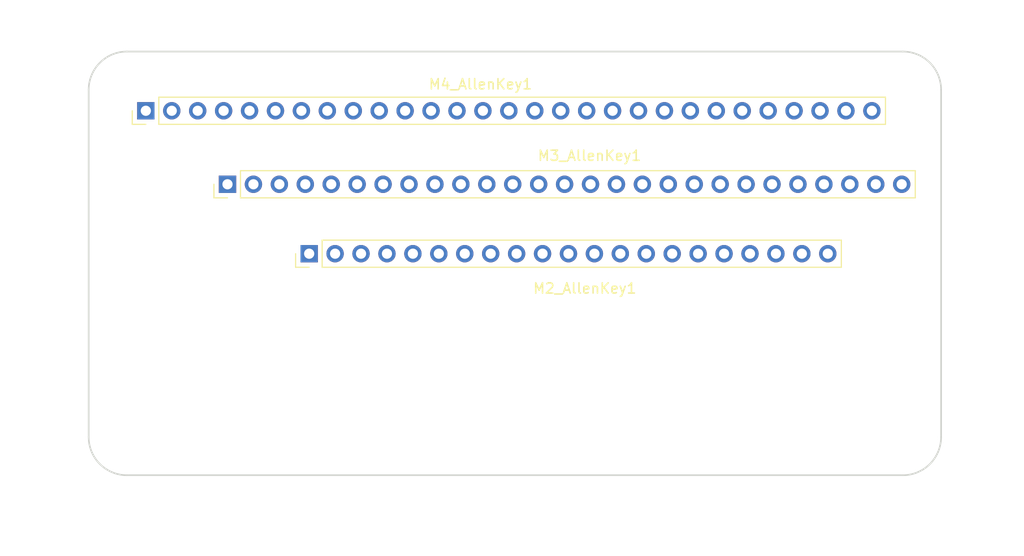
<source format=kicad_pcb>
(kicad_pcb (version 20240108) (generator "pcbnew") (generator_version "8.0")
  (layers (0 "F.Cu" signal) (31 "B.Cu" signal) (34 "B.Paste" user) (35 "F.Paste" user) (36 "B.SilkS" user "B.Silkscreen") (37 "F.SilkS" user "F.Silkscreen") (38 "B.Mask" user) (39 "F.Mask" user) (44 "Edge.Cuts" user))
  (net 0 "")
  (footprint "Connector_PinHeader_2.54mm:PinHeader_1x29_P2.54mm_Vertical" (layer "F.Cu") (at 123 65 90)
    (property "Reference" "M4_AllenKey1" (at 2.6 32.78 180) (layer "F.SilkS"))
    (property "Value" "Conn_01x29" (hide yes))
    (fp_line (start -1.33 -1.33) (end 0 -1.33) (stroke (width 0.12)) (layer "F.SilkS"))
    (fp_line (start -1.33 0) (end -1.33 -1.33) (stroke (width 0.12)) (layer "F.SilkS"))
    (fp_line (start 1.33 1.27) (end 1.33 72.45) (stroke (width 0.12)) (layer "F.SilkS"))
    (fp_line (start -1.33 1.27) (end 1.33 1.27) (stroke (width 0.12)) (layer "F.SilkS"))
    (fp_line (start -1.33 1.27) (end -1.33 72.45) (stroke (width 0.12)) (layer "F.SilkS"))
    (fp_line (start -1.33 72.45) (end 1.33 72.45) (stroke (width 0.12)) (layer "F.SilkS"))
    (pad "1" thru_hole rect (at 0 0 90) (size 1.7 1.7) (drill 1) (layers "*.Cu" "*.Mask"))
    (pad "2" thru_hole oval (at 0 2.54 90) (size 1.7 1.7) (drill 1) (layers "*.Cu" "*.Mask"))
    (pad "3" thru_hole oval (at 0 5.08 90) (size 1.7 1.7) (drill 1) (layers "*.Cu" "*.Mask"))
    (pad "4" thru_hole oval (at 0 7.62 90) (size 1.7 1.7) (drill 1) (layers "*.Cu" "*.Mask"))
    (pad "5" thru_hole oval (at 0 10.16 90) (size 1.7 1.7) (drill 1) (layers "*.Cu" "*.Mask"))
    (pad "6" thru_hole oval (at 0 12.7 90) (size 1.7 1.7) (drill 1) (layers "*.Cu" "*.Mask"))
    (pad "7" thru_hole oval (at 0 15.24 90) (size 1.7 1.7) (drill 1) (layers "*.Cu" "*.Mask"))
    (pad "8" thru_hole oval (at 0 17.78 90) (size 1.7 1.7) (drill 1) (layers "*.Cu" "*.Mask"))
    (pad "9" thru_hole oval (at 0 20.32 90) (size 1.7 1.7) (drill 1) (layers "*.Cu" "*.Mask"))
    (pad "10" thru_hole oval (at 0 22.86 90) (size 1.7 1.7) (drill 1) (layers "*.Cu" "*.Mask"))
    (pad "11" thru_hole oval (at 0 25.4 90) (size 1.7 1.7) (drill 1) (layers "*.Cu" "*.Mask"))
    (pad "12" thru_hole oval (at 0 27.94 90) (size 1.7 1.7) (drill 1) (layers "*.Cu" "*.Mask"))
    (pad "13" thru_hole oval (at 0 30.48 90) (size 1.7 1.7) (drill 1) (layers "*.Cu" "*.Mask"))
    (pad "14" thru_hole oval (at 0 33.02 90) (size 1.7 1.7) (drill 1) (layers "*.Cu" "*.Mask"))
    (pad "15" thru_hole oval (at 0 35.56 90) (size 1.7 1.7) (drill 1) (layers "*.Cu" "*.Mask"))
    (pad "16" thru_hole oval (at 0 38.1 90) (size 1.7 1.7) (drill 1) (layers "*.Cu" "*.Mask"))
    (pad "17" thru_hole oval (at 0 40.64 90) (size 1.7 1.7) (drill 1) (layers "*.Cu" "*.Mask"))
    (pad "18" thru_hole oval (at 0 43.18 90) (size 1.7 1.7) (drill 1) (layers "*.Cu" "*.Mask"))
    (pad "19" thru_hole oval (at 0 45.72 90) (size 1.7 1.7) (drill 1) (layers "*.Cu" "*.Mask"))
    (pad "20" thru_hole oval (at 0 48.26 90) (size 1.7 1.7) (drill 1) (layers "*.Cu" "*.Mask"))
    (pad "21" thru_hole oval (at 0 50.8 90) (size 1.7 1.7) (drill 1) (layers "*.Cu" "*.Mask"))
    (pad "22" thru_hole oval (at 0 53.34 90) (size 1.7 1.7) (drill 1) (layers "*.Cu" "*.Mask"))
    (pad "23" thru_hole oval (at 0 55.88 90) (size 1.7 1.7) (drill 1) (layers "*.Cu" "*.Mask"))
    (pad "24" thru_hole oval (at 0 58.42 90) (size 1.7 1.7) (drill 1) (layers "*.Cu" "*.Mask"))
    (pad "25" thru_hole oval (at 0 60.96 90) (size 1.7 1.7) (drill 1) (layers "*.Cu" "*.Mask"))
    (pad "26" thru_hole oval (at 0 63.5 90) (size 1.7 1.7) (drill 1) (layers "*.Cu" "*.Mask"))
    (pad "27" thru_hole oval (at 0 66.04 90) (size 1.7 1.7) (drill 1) (layers "*.Cu" "*.Mask"))
    (pad "28" thru_hole oval (at 0 68.58 90) (size 1.7 1.7) (drill 1) (layers "*.Cu" "*.Mask"))
    (pad "29" thru_hole oval (at 0 71.12 90) (size 1.7 1.7) (drill 1) (layers "*.Cu" "*.Mask"))
  )
  (footprint "Connector_PinHeader_2.54mm:PinHeader_1x21_P2.54mm_Vertical" (layer "F.Cu") (at 139 79 90)
    (property "Reference" "M2_AllenKey1" (at -3.4 27 180) (layer "F.SilkS"))
    (property "Value" "Conn_01x21" (hide yes))
    (fp_line (start -1.33 -1.33) (end 0 -1.33) (stroke (width 0.12)) (layer "F.SilkS"))
    (fp_line (start -1.33 0) (end -1.33 -1.33) (stroke (width 0.12)) (layer "F.SilkS"))
    (fp_line (start 1.33 1.27) (end 1.33 52.13) (stroke (width 0.12)) (layer "F.SilkS"))
    (fp_line (start -1.33 1.27) (end 1.33 1.27) (stroke (width 0.12)) (layer "F.SilkS"))
    (fp_line (start -1.33 1.27) (end -1.33 52.13) (stroke (width 0.12)) (layer "F.SilkS"))
    (fp_line (start -1.33 52.13) (end 1.33 52.13) (stroke (width 0.12)) (layer "F.SilkS"))
    (pad "1" thru_hole rect (at 0 0 90) (size 1.7 1.7) (drill 1) (layers "*.Cu" "*.Mask"))
    (pad "2" thru_hole oval (at 0 2.54 90) (size 1.7 1.7) (drill 1) (layers "*.Cu" "*.Mask"))
    (pad "3" thru_hole oval (at 0 5.08 90) (size 1.7 1.7) (drill 1) (layers "*.Cu" "*.Mask"))
    (pad "4" thru_hole oval (at 0 7.62 90) (size 1.7 1.7) (drill 1) (layers "*.Cu" "*.Mask"))
    (pad "5" thru_hole oval (at 0 10.16 90) (size 1.7 1.7) (drill 1) (layers "*.Cu" "*.Mask"))
    (pad "6" thru_hole oval (at 0 12.7 90) (size 1.7 1.7) (drill 1) (layers "*.Cu" "*.Mask"))
    (pad "7" thru_hole oval (at 0 15.24 90) (size 1.7 1.7) (drill 1) (layers "*.Cu" "*.Mask"))
    (pad "8" thru_hole oval (at 0 17.78 90) (size 1.7 1.7) (drill 1) (layers "*.Cu" "*.Mask"))
    (pad "9" thru_hole oval (at 0 20.32 90) (size 1.7 1.7) (drill 1) (layers "*.Cu" "*.Mask"))
    (pad "10" thru_hole oval (at 0 22.86 90) (size 1.7 1.7) (drill 1) (layers "*.Cu" "*.Mask"))
    (pad "11" thru_hole oval (at 0 25.4 90) (size 1.7 1.7) (drill 1) (layers "*.Cu" "*.Mask"))
    (pad "12" thru_hole oval (at 0 27.94 90) (size 1.7 1.7) (drill 1) (layers "*.Cu" "*.Mask"))
    (pad "13" thru_hole oval (at 0 30.48 90) (size 1.7 1.7) (drill 1) (layers "*.Cu" "*.Mask"))
    (pad "14" thru_hole oval (at 0 33.02 90) (size 1.7 1.7) (drill 1) (layers "*.Cu" "*.Mask"))
    (pad "15" thru_hole oval (at 0 35.56 90) (size 1.7 1.7) (drill 1) (layers "*.Cu" "*.Mask"))
    (pad "16" thru_hole oval (at 0 38.1 90) (size 1.7 1.7) (drill 1) (layers "*.Cu" "*.Mask"))
    (pad "17" thru_hole oval (at 0 40.64 90) (size 1.7 1.7) (drill 1) (layers "*.Cu" "*.Mask"))
    (pad "18" thru_hole oval (at 0 43.18 90) (size 1.7 1.7) (drill 1) (layers "*.Cu" "*.Mask"))
    (pad "19" thru_hole oval (at 0 45.72 90) (size 1.7 1.7) (drill 1) (layers "*.Cu" "*.Mask"))
    (pad "20" thru_hole oval (at 0 48.26 90) (size 1.7 1.7) (drill 1) (layers "*.Cu" "*.Mask"))
    (pad "21" thru_hole oval (at 0 50.8 90) (size 1.7 1.7) (drill 1) (layers "*.Cu" "*.Mask"))
  )
  (footprint "Connector_PinHeader_2.54mm:PinHeader_1x27_P2.54mm_Vertical" (layer "F.Cu") (at 131 72.2 90)
    (property "Reference" "M3_AllenKey1" (at 2.8 35.46 180) (layer "F.SilkS"))
    (property "Value" "Conn_01x27" (hide yes))
    (fp_line (start -1.33 -1.33) (end 0 -1.33) (stroke (width 0.12)) (layer "F.SilkS"))
    (fp_line (start -1.33 0) (end -1.33 -1.33) (stroke (width 0.12)) (layer "F.SilkS"))
    (fp_line (start 1.33 1.27) (end 1.33 67.37) (stroke (width 0.12)) (layer "F.SilkS"))
    (fp_line (start -1.33 1.27) (end 1.33 1.27) (stroke (width 0.12)) (layer "F.SilkS"))
    (fp_line (start -1.33 1.27) (end -1.33 67.37) (stroke (width 0.12)) (layer "F.SilkS"))
    (fp_line (start -1.33 67.37) (end 1.33 67.37) (stroke (width 0.12)) (layer "F.SilkS"))
    (pad "1" thru_hole rect (at 0 0 90) (size 1.7 1.7) (drill 1) (layers "*.Cu" "*.Mask"))
    (pad "2" thru_hole oval (at 0 2.54 90) (size 1.7 1.7) (drill 1) (layers "*.Cu" "*.Mask"))
    (pad "3" thru_hole oval (at 0 5.08 90) (size 1.7 1.7) (drill 1) (layers "*.Cu" "*.Mask"))
    (pad "4" thru_hole oval (at 0 7.62 90) (size 1.7 1.7) (drill 1) (layers "*.Cu" "*.Mask"))
    (pad "5" thru_hole oval (at 0 10.16 90) (size 1.7 1.7) (drill 1) (layers "*.Cu" "*.Mask"))
    (pad "6" thru_hole oval (at 0 12.7 90) (size 1.7 1.7) (drill 1) (layers "*.Cu" "*.Mask"))
    (pad "7" thru_hole oval (at 0 15.24 90) (size 1.7 1.7) (drill 1) (layers "*.Cu" "*.Mask"))
    (pad "8" thru_hole oval (at 0 17.78 90) (size 1.7 1.7) (drill 1) (layers "*.Cu" "*.Mask"))
    (pad "9" thru_hole oval (at 0 20.32 90) (size 1.7 1.7) (drill 1) (layers "*.Cu" "*.Mask"))
    (pad "10" thru_hole oval (at 0 22.86 90) (size 1.7 1.7) (drill 1) (layers "*.Cu" "*.Mask"))
    (pad "11" thru_hole oval (at 0 25.4 90) (size 1.7 1.7) (drill 1) (layers "*.Cu" "*.Mask"))
    (pad "12" thru_hole oval (at 0 27.94 90) (size 1.7 1.7) (drill 1) (layers "*.Cu" "*.Mask"))
    (pad "13" thru_hole oval (at 0 30.48 90) (size 1.7 1.7) (drill 1) (layers "*.Cu" "*.Mask"))
    (pad "14" thru_hole oval (at 0 33.02 90) (size 1.7 1.7) (drill 1) (layers "*.Cu" "*.Mask"))
    (pad "15" thru_hole oval (at 0 35.56 90) (size 1.7 1.7) (drill 1) (layers "*.Cu" "*.Mask"))
    (pad "16" thru_hole oval (at 0 38.1 90) (size 1.7 1.7) (drill 1) (layers "*.Cu" "*.Mask"))
    (pad "17" thru_hole oval (at 0 40.64 90) (size 1.7 1.7) (drill 1) (layers "*.Cu" "*.Mask"))
    (pad "18" thru_hole oval (at 0 43.18 90) (size 1.7 1.7) (drill 1) (layers "*.Cu" "*.Mask"))
    (pad "19" thru_hole oval (at 0 45.72 90) (size 1.7 1.7) (drill 1) (layers "*.Cu" "*.Mask"))
    (pad "20" thru_hole oval (at 0 48.26 90) (size 1.7 1.7) (drill 1) (layers "*.Cu" "*.Mask"))
    (pad "21" thru_hole oval (at 0 50.8 90) (size 1.7 1.7) (drill 1) (layers "*.Cu" "*.Mask"))
    (pad "22" thru_hole oval (at 0 53.34 90) (size 1.7 1.7) (drill 1) (layers "*.Cu" "*.Mask"))
    (pad "23" thru_hole oval (at 0 55.88 90) (size 1.7 1.7) (drill 1) (layers "*.Cu" "*.Mask"))
    (pad "24" thru_hole oval (at 0 58.42 90) (size 1.7 1.7) (drill 1) (layers "*.Cu" "*.Mask"))
    (pad "25" thru_hole oval (at 0 60.96 90) (size 1.7 1.7) (drill 1) (layers "*.Cu" "*.Mask"))
    (pad "26" thru_hole oval (at 0 63.5 90) (size 1.7 1.7) (drill 1) (layers "*.Cu" "*.Mask"))
    (pad "27" thru_hole oval (at 0 66.04 90) (size 1.7 1.7) (drill 1) (layers "*.Cu" "*.Mask"))
  )
  (gr_line (start 121.15 100.7) (end 197.15 100.7) (stroke (width 0.16)) (layer "Edge.Cuts"))
  (gr_arc (start 200.9 96.95) (mid 199.80165 99.60165) (end 197.15 100.7) (stroke (width 0.16)) (layer "Edge.Cuts"))
  (gr_line (start 197.15 59.2) (end 121.15 59.2) (stroke (width 0.16)) (layer "Edge.Cuts"))
  (gr_line (start 117.4 62.95) (end 117.4 96.95) (stroke (width 0.16)) (layer "Edge.Cuts"))
  (gr_line (start 200.9 96.95) (end 200.9 62.95) (stroke (width 0.16)) (layer "Edge.Cuts"))
  (gr_arc (start 117.4 62.95) (mid 118.49835 60.29835) (end 121.15 59.2) (stroke (width 0.16)) (layer "Edge.Cuts"))
  (gr_arc (start 197.15 59.2) (mid 199.80165 60.29835) (end 200.9 62.95) (stroke (width 0.16)) (layer "Edge.Cuts"))
  (gr_arc (start 121.15 100.7) (mid 118.49835 99.60165) (end 117.4 96.95) (stroke (width 0.16)) (layer "Edge.Cuts"))
)
</source>
